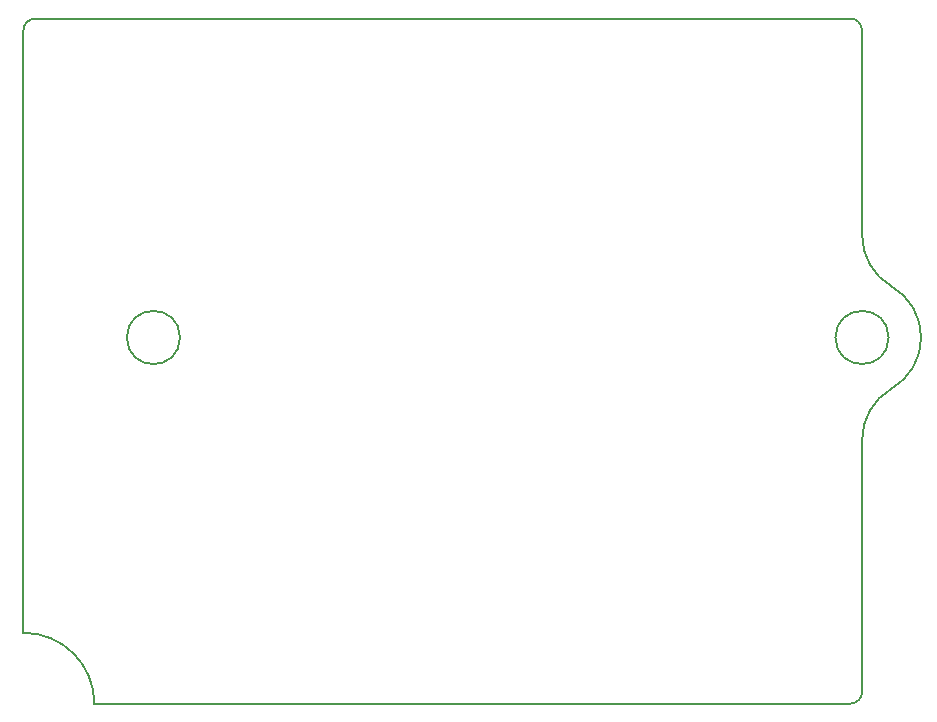
<source format=gbr>
G04 #@! TF.GenerationSoftware,KiCad,Pcbnew,(5.1.4-0)*
G04 #@! TF.CreationDate,2021-09-23T09:14:21+03:00*
G04 #@! TF.ProjectId,relay_logic_board,72656c61-795f-46c6-9f67-69635f626f61,rev?*
G04 #@! TF.SameCoordinates,Original*
G04 #@! TF.FileFunction,Profile,NP*
%FSLAX46Y46*%
G04 Gerber Fmt 4.6, Leading zero omitted, Abs format (unit mm)*
G04 Created by KiCad (PCBNEW (5.1.4-0)) date 2021-09-23 09:14:21*
%MOMM*%
%LPD*%
G04 APERTURE LIST*
%ADD10C,0.200000*%
G04 APERTURE END LIST*
D10*
X182975226Y-101807198D02*
X182975226Y-123146944D01*
X182975226Y-101807198D02*
G75*
G02X185475226Y-97477071I5000000J0D01*
G01*
X185475226Y-88816817D02*
G75*
G02X185475226Y-97477071I-2500000J-4330127D01*
G01*
X185475226Y-88816817D02*
G75*
G02X182975226Y-84486690I2500000J4330127D01*
G01*
X182975226Y-67146944D02*
X182975226Y-84486690D01*
X111975226Y-118146944D02*
G75*
G02X117975226Y-124146944I0J-6000000D01*
G01*
X125225226Y-93146944D02*
G75*
G03X125225226Y-93146944I-2250000J0D01*
G01*
X185225226Y-93146944D02*
G75*
G03X185225226Y-93146944I-2250000J0D01*
G01*
X117975226Y-124146944D02*
X181975226Y-124146944D01*
X182975226Y-123146944D02*
G75*
G02X181975226Y-124146944I-1000000J0D01*
G01*
X181975226Y-66146944D02*
G75*
G02X182975226Y-67146944I0J-1000000D01*
G01*
X181975226Y-66146944D02*
X112975226Y-66146944D01*
X111975226Y-67146944D02*
G75*
G02X112975226Y-66146944I1000000J0D01*
G01*
X111975226Y-67146944D02*
X111975226Y-118146944D01*
M02*

</source>
